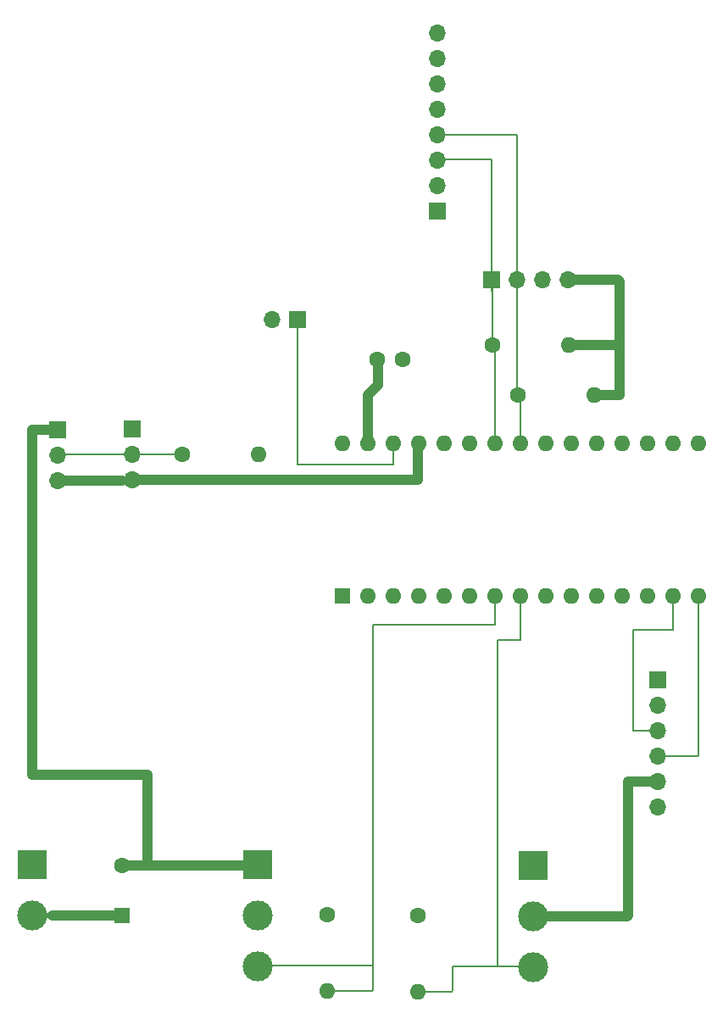
<source format=gbr>
%TF.GenerationSoftware,KiCad,Pcbnew,8.0.2*%
%TF.CreationDate,2024-06-03T18:55:52+02:00*%
%TF.ProjectId,Taupunkt,54617570-756e-46b7-942e-6b696361645f,rev?*%
%TF.SameCoordinates,Original*%
%TF.FileFunction,Copper,L1,Top*%
%TF.FilePolarity,Positive*%
%FSLAX46Y46*%
G04 Gerber Fmt 4.6, Leading zero omitted, Abs format (unit mm)*
G04 Created by KiCad (PCBNEW 8.0.2) date 2024-06-03 18:55:52*
%MOMM*%
%LPD*%
G01*
G04 APERTURE LIST*
%TA.AperFunction,ComponentPad*%
%ADD10C,1.600000*%
%TD*%
%TA.AperFunction,ComponentPad*%
%ADD11O,1.600000X1.600000*%
%TD*%
%TA.AperFunction,ComponentPad*%
%ADD12R,1.600000X1.600000*%
%TD*%
%TA.AperFunction,ComponentPad*%
%ADD13R,1.700000X1.700000*%
%TD*%
%TA.AperFunction,ComponentPad*%
%ADD14O,1.700000X1.700000*%
%TD*%
%TA.AperFunction,ComponentPad*%
%ADD15C,3.000000*%
%TD*%
%TA.AperFunction,ComponentPad*%
%ADD16R,3.000000X3.000000*%
%TD*%
%TA.AperFunction,Conductor*%
%ADD17C,0.200000*%
%TD*%
%TA.AperFunction,Conductor*%
%ADD18C,1.000000*%
%TD*%
%TA.AperFunction,Conductor*%
%ADD19C,0.500000*%
%TD*%
G04 APERTURE END LIST*
D10*
%TO.P,R5,1*%
%TO.N,/RelSwitch*%
X72500000Y-106500000D03*
D11*
%TO.P,R5,2*%
X80120000Y-106500000D03*
%TD*%
D10*
%TO.P,R1,1*%
%TO.N,/<NO NET>*%
X87000000Y-152460000D03*
D11*
%TO.P,R1,2*%
%TO.N,/D4 - Data inside*%
X87000000Y-160080000D03*
%TD*%
D10*
%TO.P,R3,1*%
%TO.N,/SCL*%
X103500000Y-95500000D03*
D11*
%TO.P,R3,2*%
%TO.N,/<NO NET>*%
X111120000Y-95500000D03*
%TD*%
D10*
%TO.P,R4,1*%
%TO.N,/SDA*%
X106000000Y-100500000D03*
D11*
%TO.P,R4,2*%
%TO.N,/<NO NET>*%
X113620000Y-100500000D03*
%TD*%
D10*
%TO.P,R2,1*%
%TO.N,/<NO NET>*%
X96000000Y-152500000D03*
D11*
%TO.P,R2,2*%
%TO.N,/D5 - Data outside*%
X96000000Y-160120000D03*
%TD*%
D12*
%TO.P,A1,1,D1/TX*%
%TO.N,unconnected-(A1-D1{slash}TX-Pad1)*%
X88450000Y-120610000D03*
D11*
%TO.P,A1,2,D0/RX*%
%TO.N,unconnected-(A1-D0{slash}RX-Pad2)*%
X90990000Y-120610000D03*
%TO.P,A1,3,~{RESET}*%
%TO.N,unconnected-(A1-~{RESET}-Pad3)*%
X93530000Y-120610000D03*
%TO.P,A1,4,GND*%
%TO.N,unconnected-(A1-GND-Pad4)*%
X96070000Y-120610000D03*
%TO.P,A1,5,D2*%
%TO.N,unconnected-(A1-D2-Pad5)*%
X98610000Y-120610000D03*
%TO.P,A1,6,D3*%
%TO.N,unconnected-(A1-D3-Pad6)*%
X101150000Y-120610000D03*
%TO.P,A1,7,D4*%
%TO.N,/D4 - Data inside*%
X103690000Y-120610000D03*
%TO.P,A1,8,D5*%
%TO.N,/D5 - Data outside*%
X106230000Y-120610000D03*
%TO.P,A1,9,D6*%
%TO.N,/RelSwitch*%
X108770000Y-120610000D03*
%TO.P,A1,10,D7*%
%TO.N,unconnected-(A1-D7-Pad10)*%
X111310000Y-120610000D03*
%TO.P,A1,11,D8*%
%TO.N,unconnected-(A1-D8-Pad11)*%
X113850000Y-120610000D03*
%TO.P,A1,12,D9*%
%TO.N,unconnected-(A1-D9-Pad12)*%
X116390000Y-120610000D03*
%TO.P,A1,13,D10*%
%TO.N,/CS*%
X118930000Y-120610000D03*
%TO.P,A1,14,D11*%
%TO.N,/MOSI*%
X121470000Y-120610000D03*
%TO.P,A1,15,D12*%
%TO.N,/MISO*%
X124010000Y-120610000D03*
%TO.P,A1,16,D13*%
%TO.N,/SCK*%
X124010000Y-105370000D03*
%TO.P,A1,17,3V3*%
%TO.N,unconnected-(A1-3V3-Pad17)*%
X121470000Y-105370000D03*
%TO.P,A1,18,AREF*%
%TO.N,unconnected-(A1-AREF-Pad18)*%
X118930000Y-105370000D03*
%TO.P,A1,19,A0*%
%TO.N,unconnected-(A1-A0-Pad19)*%
X116390000Y-105370000D03*
%TO.P,A1,20,A1*%
%TO.N,unconnected-(A1-A1-Pad20)*%
X113850000Y-105370000D03*
%TO.P,A1,21,A2*%
%TO.N,unconnected-(A1-A2-Pad21)*%
X111310000Y-105370000D03*
%TO.P,A1,22,A3*%
%TO.N,unconnected-(A1-A3-Pad22)*%
X108770000Y-105370000D03*
%TO.P,A1,23,A4*%
%TO.N,/SDA*%
X106230000Y-105370000D03*
%TO.P,A1,24,A5*%
%TO.N,/SCL*%
X103690000Y-105370000D03*
%TO.P,A1,25,A6*%
%TO.N,unconnected-(A1-A6-Pad25)*%
X101150000Y-105370000D03*
%TO.P,A1,26,A7*%
%TO.N,unconnected-(A1-A7-Pad26)*%
X98610000Y-105370000D03*
%TO.P,A1,27,+5V*%
%TO.N,/<NO NET>*%
X96070000Y-105370000D03*
%TO.P,A1,28,~{RESET}*%
%TO.N,Net-(A1-~{RESET}-Pad28)*%
X93530000Y-105370000D03*
%TO.P,A1,29,GND*%
%TO.N,/GND*%
X90990000Y-105370000D03*
%TO.P,A1,30,VIN*%
%TO.N,unconnected-(A1-VIN-Pad30)*%
X88450000Y-105370000D03*
%TD*%
D13*
%TO.P,SW2,1,1*%
%TO.N,/GND*%
X67500000Y-103960000D03*
D14*
%TO.P,SW2,2,3*%
%TO.N,/RelSwitch*%
X67500000Y-106500000D03*
%TO.P,SW2,3,4*%
%TO.N,/<NO NET>*%
X67500000Y-109040000D03*
%TD*%
D13*
%TO.P,SW1,1,1*%
%TO.N,Net-(A1-~{RESET}-Pad28)*%
X83995000Y-93000000D03*
D14*
%TO.P,SW1,2,2*%
%TO.N,/GND*%
X81455000Y-93000000D03*
%TD*%
D15*
%TO.P,J3,3,Pin_3*%
%TO.N,/D5 - Data outside*%
X107500000Y-157660000D03*
%TO.P,J3,2,Pin_2*%
%TO.N,/<NO NET>*%
X107500000Y-152580000D03*
D16*
%TO.P,J3,1,Pin_1*%
%TO.N,/GND*%
X107500000Y-147500000D03*
%TD*%
D13*
%TO.P,J6,1,Pin_1*%
%TO.N,/CS*%
X120000000Y-128960000D03*
D14*
%TO.P,J6,2,Pin_2*%
%TO.N,/SCK*%
X120000000Y-131500000D03*
%TO.P,J6,3,Pin_3*%
%TO.N,/MOSI*%
X120000000Y-134040000D03*
%TO.P,J6,4,Pin_4*%
%TO.N,/MISO*%
X120000000Y-136580000D03*
%TO.P,J6,5,Pin_5*%
%TO.N,/<NO NET>*%
X120000000Y-139120000D03*
%TO.P,J6,6,Pin_6*%
%TO.N,/GND*%
X120000000Y-141660000D03*
%TD*%
D13*
%TO.P,J5,1,Pin_1*%
%TO.N,/TX*%
X98000000Y-82160000D03*
D14*
%TO.P,J5,2,Pin_2*%
%TO.N,/RX*%
X98000000Y-79620000D03*
%TO.P,J5,3,Pin_3*%
%TO.N,/SCL*%
X98000000Y-77080000D03*
%TO.P,J5,4,Pin_4*%
%TO.N,/SDA*%
X98000000Y-74540000D03*
%TO.P,J5,5,Pin_5*%
%TO.N,unconnected-(J5-Pin_5-Pad5)*%
X98000000Y-72000000D03*
%TO.P,J5,6,Pin_6*%
%TO.N,unconnected-(J5-Pin_6-Pad6)*%
X98000000Y-69460000D03*
%TO.P,J5,7,Pin_7*%
%TO.N,/GND*%
X98000000Y-66920000D03*
%TO.P,J5,8,Pin_8*%
%TO.N,/<NO NET>*%
X98000000Y-64380000D03*
%TD*%
D13*
%TO.P,J7,1,Pin_1*%
%TO.N,/GND*%
X60000000Y-104015000D03*
D14*
%TO.P,J7,2,Pin_2*%
%TO.N,/RelSwitch*%
X60000000Y-106555000D03*
%TO.P,J7,3,Pin_3*%
%TO.N,/<NO NET>*%
X60000000Y-109095000D03*
%TD*%
D10*
%TO.P,C2,1*%
%TO.N,/<NO NET>*%
X94470000Y-97000000D03*
%TO.P,C2,2*%
%TO.N,/GND*%
X91970000Y-97000000D03*
%TD*%
D16*
%TO.P,J1,1,Pin_1*%
%TO.N,/GND*%
X57500000Y-147460000D03*
D15*
%TO.P,J1,2,Pin_2*%
%TO.N,/<NO NET>*%
X57500000Y-152540000D03*
%TD*%
D12*
%TO.P,C1,1*%
%TO.N,/<NO NET>*%
X66500000Y-152500000D03*
D10*
%TO.P,C1,2*%
%TO.N,/GND*%
X66500000Y-147500000D03*
%TD*%
D13*
%TO.P,J4,1,Pin_1*%
%TO.N,/SCL*%
X103420000Y-89000000D03*
D14*
%TO.P,J4,2,Pin_2*%
%TO.N,/SDA*%
X105960000Y-89000000D03*
%TO.P,J4,3,Pin_3*%
%TO.N,/GND*%
X108500000Y-89000000D03*
%TO.P,J4,4,Pin_4*%
%TO.N,/<NO NET>*%
X111040000Y-89000000D03*
%TD*%
D16*
%TO.P,J2,1,Pin_1*%
%TO.N,/GND*%
X80000000Y-147420000D03*
D15*
%TO.P,J2,2,Pin_2*%
%TO.N,/<NO NET>*%
X80000000Y-152500000D03*
%TO.P,J2,3,Pin_3*%
%TO.N,/D4 - Data inside*%
X80000000Y-157580000D03*
%TD*%
D17*
%TO.N,/RelSwitch*%
X67500000Y-106500000D02*
X72500000Y-106500000D01*
%TO.N,Net-(A1-~{RESET}-Pad28)*%
X93500000Y-107500000D02*
X93530000Y-107470000D01*
X83995000Y-107500000D02*
X93500000Y-107500000D01*
X83995000Y-93000000D02*
X83995000Y-107500000D01*
X93530000Y-107470000D02*
X93530000Y-105370000D01*
%TO.N,/D5 - Data outside*%
X99500000Y-160000000D02*
X99500000Y-157580000D01*
X99500000Y-157580000D02*
X107420000Y-157580000D01*
X99380000Y-160120000D02*
X99500000Y-160000000D01*
X96000000Y-160120000D02*
X99380000Y-160120000D01*
%TO.N,/D4 - Data inside*%
X91500000Y-160000000D02*
X91500000Y-157500000D01*
X91420000Y-160080000D02*
X91500000Y-160000000D01*
X87000000Y-160080000D02*
X91420000Y-160080000D01*
D18*
%TO.N,/<NO NET>*%
X116160000Y-100500000D02*
X113620000Y-100500000D01*
D17*
%TO.N,/SDA*%
X105960000Y-99960000D02*
X105960000Y-89000000D01*
X106000000Y-100000000D02*
X105960000Y-99960000D01*
X106000000Y-100500000D02*
X106000000Y-100000000D01*
X106230000Y-100730000D02*
X106000000Y-100500000D01*
X106230000Y-105370000D02*
X106230000Y-100730000D01*
%TO.N,/SCL*%
X103500000Y-89580000D02*
X103500000Y-95500000D01*
X103420000Y-89500000D02*
X103500000Y-89580000D01*
X103420000Y-89000000D02*
X103420000Y-89500000D01*
X103690000Y-95690000D02*
X103690000Y-105370000D01*
X103500000Y-95500000D02*
X103690000Y-95690000D01*
%TO.N,/SDA*%
X106230000Y-101230000D02*
X106230000Y-105370000D01*
X106000000Y-101000000D02*
X106230000Y-101230000D01*
X106000000Y-100500000D02*
X106000000Y-101000000D01*
%TO.N,/SCL*%
X103420000Y-90151700D02*
X103500000Y-90231700D01*
X103420000Y-89000000D02*
X103420000Y-90151700D01*
D18*
%TO.N,/<NO NET>*%
X111120000Y-95500000D02*
X116160000Y-95500000D01*
X111080000Y-95540000D02*
X111120000Y-95500000D01*
D19*
X59500000Y-152540000D02*
X57500000Y-152540000D01*
D18*
X66500000Y-152500000D02*
X59540000Y-152500000D01*
X59540000Y-152500000D02*
X59500000Y-152540000D01*
D17*
%TO.N,/MOSI*%
X121470000Y-124000000D02*
X121470000Y-120610000D01*
X117500000Y-134040000D02*
X117500000Y-124000000D01*
X117500000Y-124000000D02*
X121470000Y-124000000D01*
X120000000Y-134040000D02*
X117500000Y-134040000D01*
%TO.N,/D4 - Data inside*%
X87000000Y-157540000D02*
X91460000Y-157540000D01*
X80040000Y-157540000D02*
X87000000Y-157540000D01*
X91460000Y-157540000D02*
X91500000Y-157500000D01*
X91500000Y-123500000D02*
X103690000Y-123500000D01*
X80000000Y-157580000D02*
X80040000Y-157540000D01*
X91500000Y-157500000D02*
X91500000Y-123500000D01*
X103690000Y-123500000D02*
X103690000Y-120610000D01*
%TO.N,/MISO*%
X123920000Y-136580000D02*
X124010000Y-136490000D01*
X124010000Y-136490000D02*
X124010000Y-120610000D01*
X120000000Y-136580000D02*
X123920000Y-136580000D01*
D18*
%TO.N,/<NO NET>*%
X117000000Y-139120000D02*
X120000000Y-139120000D01*
X117000000Y-152500000D02*
X117000000Y-139120000D01*
X116160000Y-95500000D02*
X116160000Y-89160000D01*
X116160000Y-100500000D02*
X116160000Y-95500000D01*
X116000000Y-89000000D02*
X111040000Y-89000000D01*
D17*
X116160000Y-89160000D02*
X116000000Y-89000000D01*
%TO.N,/SDA*%
X105960000Y-100460000D02*
X106000000Y-100500000D01*
%TO.N,/<NO NET>*%
X111080000Y-95540000D02*
X111040000Y-95500000D01*
X59960000Y-152540000D02*
X57500000Y-152540000D01*
D18*
%TO.N,/GND*%
X69000000Y-138500000D02*
X69000000Y-147500000D01*
X79920000Y-147500000D02*
X69000000Y-147500000D01*
X57500000Y-138500000D02*
X69000000Y-138500000D01*
X69000000Y-147500000D02*
X66500000Y-147500000D01*
X57500000Y-104000000D02*
X59985000Y-104000000D01*
X57500000Y-138500000D02*
X57500000Y-104000000D01*
D19*
%TO.N,/<NO NET>*%
X66540000Y-109040000D02*
X66485000Y-109095000D01*
X67500000Y-109040000D02*
X66540000Y-109040000D01*
D18*
X66485000Y-109095000D02*
X60000000Y-109095000D01*
X96000000Y-109040000D02*
X96000000Y-105440000D01*
X67500000Y-109040000D02*
X96000000Y-109040000D01*
D17*
%TO.N,/RelSwitch*%
X60055000Y-106500000D02*
X67500000Y-106500000D01*
X60000000Y-106555000D02*
X60055000Y-106500000D01*
%TO.N,/SDA*%
X106000000Y-89040000D02*
X105960000Y-89000000D01*
%TO.N,/SCL*%
X98080000Y-77000000D02*
X103420000Y-77000000D01*
X103420000Y-77000000D02*
X103420000Y-89000000D01*
X98000000Y-77080000D02*
X98080000Y-77000000D01*
%TO.N,/SDA*%
X98040000Y-74500000D02*
X98000000Y-74540000D01*
X105960000Y-74500000D02*
X98040000Y-74500000D01*
X105960000Y-89000000D02*
X105960000Y-74500000D01*
D18*
%TO.N,/GND*%
X90990000Y-100510000D02*
X90990000Y-105370000D01*
X92000000Y-99500000D02*
X90990000Y-100510000D01*
X92000000Y-97030000D02*
X92000000Y-99500000D01*
D17*
X91970000Y-97000000D02*
X92000000Y-97030000D01*
%TO.N,/<NO NET>*%
X96000000Y-105440000D02*
X96070000Y-105370000D01*
%TO.N,/D5 - Data outside*%
X106230000Y-124968000D02*
X106230000Y-120610000D01*
X104000000Y-125000000D02*
X106198000Y-125000000D01*
X106198000Y-125000000D02*
X106230000Y-124968000D01*
X104000000Y-157580000D02*
X104000000Y-125000000D01*
X107420000Y-157580000D02*
X107500000Y-157660000D01*
%TO.N,/<NO NET>*%
X116920000Y-152580000D02*
X117000000Y-152500000D01*
D18*
X107500000Y-152580000D02*
X116920000Y-152580000D01*
D17*
%TO.N,/GND*%
X80000000Y-147420000D02*
X79920000Y-147500000D01*
X59985000Y-104000000D02*
X60000000Y-104015000D01*
%TD*%
M02*

</source>
